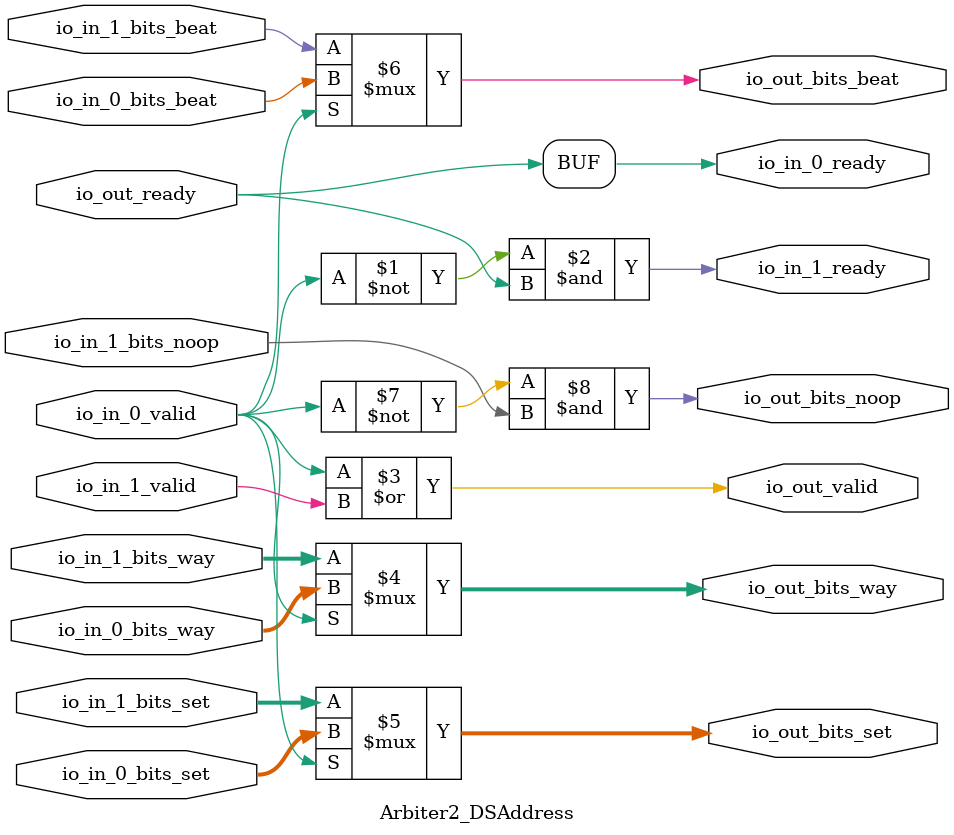
<source format=sv>
`ifndef RANDOMIZE
  `ifdef RANDOMIZE_MEM_INIT
    `define RANDOMIZE
  `endif // RANDOMIZE_MEM_INIT
`endif // not def RANDOMIZE
`ifndef RANDOMIZE
  `ifdef RANDOMIZE_REG_INIT
    `define RANDOMIZE
  `endif // RANDOMIZE_REG_INIT
`endif // not def RANDOMIZE

`ifndef RANDOM
  `define RANDOM $random
`endif // not def RANDOM

// Users can define INIT_RANDOM as general code that gets injected into the
// initializer block for modules with registers.
`ifndef INIT_RANDOM
  `define INIT_RANDOM
`endif // not def INIT_RANDOM

// If using random initialization, you can also define RANDOMIZE_DELAY to
// customize the delay used, otherwise 0.002 is used.
`ifndef RANDOMIZE_DELAY
  `define RANDOMIZE_DELAY 0.002
`endif // not def RANDOMIZE_DELAY

// Define INIT_RANDOM_PROLOG_ for use in our modules below.
`ifndef INIT_RANDOM_PROLOG_
  `ifdef RANDOMIZE
    `ifdef VERILATOR
      `define INIT_RANDOM_PROLOG_ `INIT_RANDOM
    `else  // VERILATOR
      `define INIT_RANDOM_PROLOG_ `INIT_RANDOM #`RANDOMIZE_DELAY begin end
    `endif // VERILATOR
  `else  // RANDOMIZE
    `define INIT_RANDOM_PROLOG_
  `endif // RANDOMIZE
`endif // not def INIT_RANDOM_PROLOG_

// Include register initializers in init blocks unless synthesis is set
`ifndef SYNTHESIS
  `ifndef ENABLE_INITIAL_REG_
    `define ENABLE_INITIAL_REG_
  `endif // not def ENABLE_INITIAL_REG_
`endif // not def SYNTHESIS

// Include rmemory initializers in init blocks unless synthesis is set
`ifndef SYNTHESIS
  `ifndef ENABLE_INITIAL_MEM_
    `define ENABLE_INITIAL_MEM_
  `endif // not def ENABLE_INITIAL_MEM_
`endif // not def SYNTHESIS

module Arbiter2_DSAddress(
  output        io_in_0_ready,
  input         io_in_0_valid,
  input  [3:0]  io_in_0_bits_way,
  input  [11:0] io_in_0_bits_set,
  input         io_in_0_bits_beat,
  output        io_in_1_ready,
  input         io_in_1_valid,
  input  [3:0]  io_in_1_bits_way,
  input  [11:0] io_in_1_bits_set,
  input         io_in_1_bits_beat,
  input         io_in_1_bits_noop,
  input         io_out_ready,
  output        io_out_valid,
  output [3:0]  io_out_bits_way,
  output [11:0] io_out_bits_set,
  output        io_out_bits_beat,
  output        io_out_bits_noop
);

  assign io_in_0_ready = io_out_ready;
  assign io_in_1_ready = ~io_in_0_valid & io_out_ready;
  assign io_out_valid = io_in_0_valid | io_in_1_valid;
  assign io_out_bits_way = io_in_0_valid ? io_in_0_bits_way : io_in_1_bits_way;
  assign io_out_bits_set = io_in_0_valid ? io_in_0_bits_set : io_in_1_bits_set;
  assign io_out_bits_beat = io_in_0_valid ? io_in_0_bits_beat : io_in_1_bits_beat;
  assign io_out_bits_noop = ~io_in_0_valid & io_in_1_bits_noop;
endmodule


</source>
